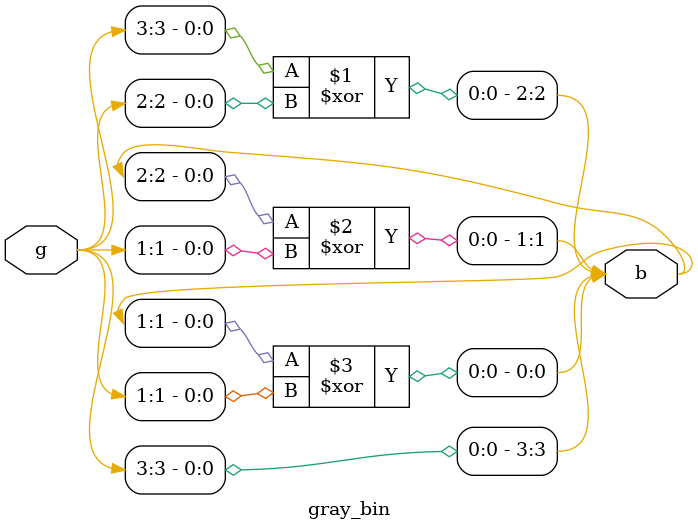
<source format=v>
`timescale 1ns / 1ps


module gray_bin(input [3:0]g,output [3:0]b );
assign b[3]=g[3];
assign b[2]=b[3]^g[2];
assign b[1]=b[2]^g[1];
assign b[0]=b[1]^g[1];
endmodule




</source>
